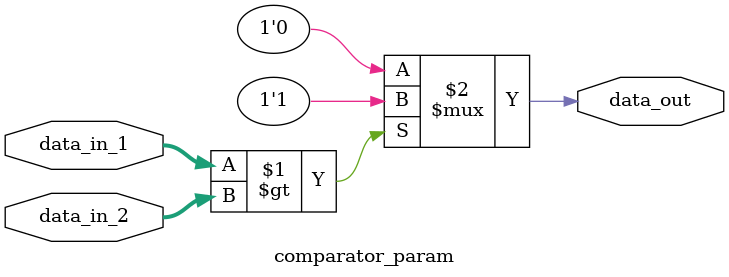
<source format=v>
module comparator_param #(
	parameter DATA_WIDTH = 8,
    parameter EQUAL = 0
)(
    data_in_1, 
    data_in_2, 
    data_out // 1 if data_in_1 > data_in_2
);

input signed [DATA_WIDTH-1:0] data_in_1;
input signed [DATA_WIDTH-1:0] data_in_2;
output [0:0] data_out;

generate 
    if (EQUAL == 1) begin
        assign data_out = (data_in_1 == data_in_2) ? 1'b1 : 1'b0;
    end
    else if (EQUAL == 0) begin
        assign data_out = (data_in_1 > data_in_2) ? 1'b1 : 1'b0;
    end
endgenerate

endmodule

</source>
